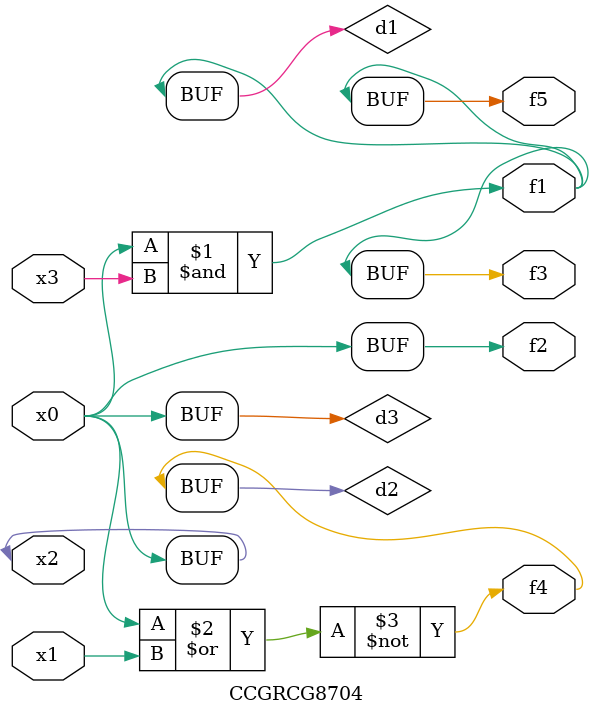
<source format=v>
module CCGRCG8704(
	input x0, x1, x2, x3,
	output f1, f2, f3, f4, f5
);

	wire d1, d2, d3;

	and (d1, x2, x3);
	nor (d2, x0, x1);
	buf (d3, x0, x2);
	assign f1 = d1;
	assign f2 = d3;
	assign f3 = d1;
	assign f4 = d2;
	assign f5 = d1;
endmodule

</source>
